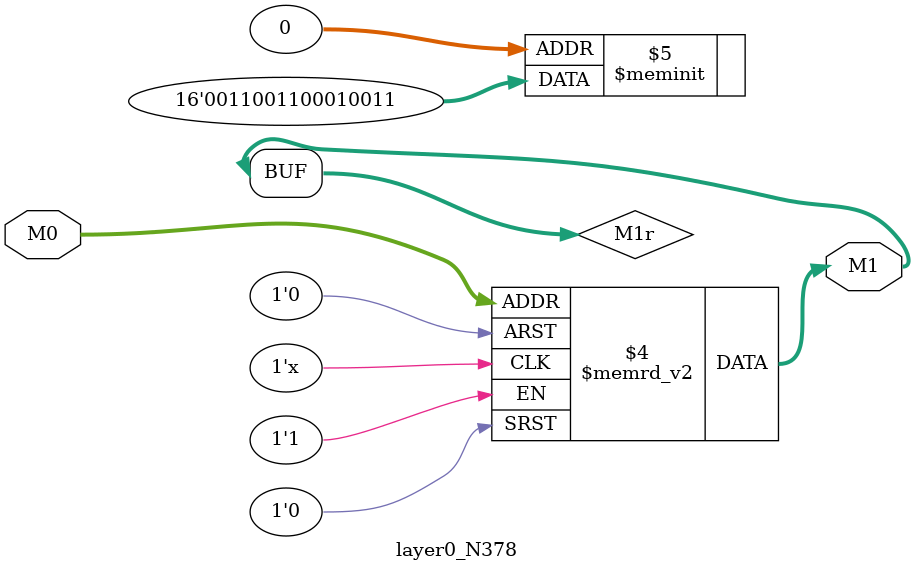
<source format=v>
module layer0_N378 ( input [2:0] M0, output [1:0] M1 );

	(*rom_style = "distributed" *) reg [1:0] M1r;
	assign M1 = M1r;
	always @ (M0) begin
		case (M0)
			3'b000: M1r = 2'b11;
			3'b100: M1r = 2'b11;
			3'b010: M1r = 2'b01;
			3'b110: M1r = 2'b11;
			3'b001: M1r = 2'b00;
			3'b101: M1r = 2'b00;
			3'b011: M1r = 2'b00;
			3'b111: M1r = 2'b00;

		endcase
	end
endmodule

</source>
